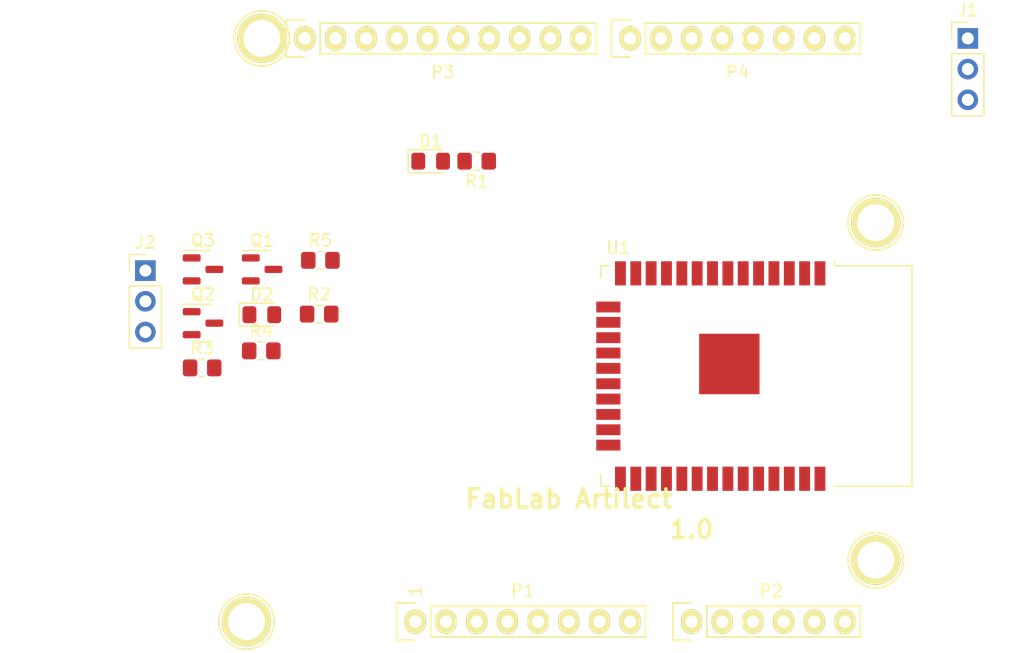
<source format=kicad_pcb>
(kicad_pcb (version 20211014) (generator pcbnew)
  (title_block (title "${TITLE}") (date "2021-11-27") (rev "${REVNUM}") (company "${COMPAGNY}") (comment 2 "    ArnauldDev") (comment 3 "Opérateur CAO :") (comment 4 "**Fab-Tronic**"))
  (layers (0 "F.Cu" signal) (1 "In1.Cu" signal) (2 "In2.Cu" signal) (31 "B.Cu" signal) (34 "B.Paste" user) (35 "F.Paste" user) (36 "B.SilkS" user "B.Silkscreen") (37 "F.SilkS" user "F.Silkscreen") (38 "B.Mask" user) (39 "F.Mask" user) (44 "Edge.Cuts" user))
  (property "COMPAGNY" "FabLab Artilect")
  (property "REVNUM" "1.0")
  (property "TITLE" "Carte d'accueil pour le module ESP32-WROOM-32D")
  (net 0 "")
  (net 1 "/IOREF")
  (net 2 "/Reset")
  (net 3 "+5V")
  (net 4 "GND")
  (net 5 "/Vin")
  (net 6 "/A0")
  (net 7 "/A1")
  (net 8 "/A2")
  (net 9 "/A3")
  (net 10 "/AREF")
  (net 11 "/A4(SDA)")
  (net 12 "/A5(SCL)")
  (net 13 "/9(**)")
  (net 14 "/8")
  (net 15 "/7")
  (net 16 "/6(**)")
  (net 17 "/5(**)")
  (net 18 "/4")
  (net 19 "/3(**)")
  (net 20 "/2")
  (net 21 "/1(Tx)")
  (net 22 "/0(Rx)")
  (net 23 "Net-(D1-Pad2)")
  (net 24 "/IO23")
  (net 26 "/11(**{slash}MOSI)")
  (net 27 "/13(SCK)")
  (net 28 "/10(**{slash}SS)")
  (net 30 "+3V3")
  (net 31 "/12(MISO)")
  (net 35 "Net-(D2-Pad1)")
  (net 50 "Net-(D2-Pad2)")
  (net 68 "Net-(Q1-Pad1)")
  (net 72 "LV1")
  (net 73 "HV1")
  (footprint "Socket_Arduino_Uno:Socket_Strip_Arduino_1x08" (layer "F.Cu") (at 138.938 123.825)
    (fp_text reference "P1" (at 8.89 -2.54) (layer "F.SilkS"))
    (fp_text value "Power")
    (fp_line (start 19.05 1.27) (end 19.05 -1.27) (layer "F.SilkS") (width 0.15))
    (fp_line (start 1.27 1.27) (end 19.05 1.27) (layer "F.SilkS") (width 0.15))
    (fp_line (start 19.05 -1.27) (end 1.27 -1.27) (layer "F.SilkS") (width 0.15))
    (fp_line (start 0 -1.55) (end -1.55 -1.55) (layer "F.SilkS") (width 0.15))
    (fp_line (start -1.55 -1.55) (end -1.55 1.55) (layer "F.SilkS") (width 0.15))
    (fp_line (start -1.55 1.55) (end 0 1.55) (layer "F.SilkS") (width 0.15))
    (fp_line (start 1.27 1.27) (end 1.27 -1.27) (layer "F.SilkS") (width 0.15))
    (pad "1" thru_hole oval locked (at 0 0) (size 1.7272 2.032) (drill 1.016) (layers *.Cu *.Mask "F.SilkS"))
    (pad "2" thru_hole oval locked (at 2.54 0) (size 1.7272 2.032) (drill 1.016) (layers *.Cu *.Mask "F.SilkS") (net 1 "/IOREF"))
    (pad "3" thru_hole oval locked (at 5.08 0) (size 1.7272 2.032) (drill 1.016) (layers *.Cu *.Mask "F.SilkS") (net 2 "/Reset"))
    (pad "4" thru_hole oval locked (at 7.62 0) (size 1.7272 2.032) (drill 1.016) (layers *.Cu *.Mask "F.SilkS") (net 30 "+3V3"))
    (pad "5" thru_hole oval locked (at 10.16 0) (size 1.7272 2.032) (drill 1.016) (layers *.Cu *.Mask "F.SilkS") (net 3 "+5V"))
    (pad "6" thru_hole oval locked (at 12.7 0) (size 1.7272 2.032) (drill 1.016) (layers *.Cu *.Mask "F.SilkS") (net 4 "GND"))
    (pad "7" thru_hole oval locked (at 15.24 0) (size 1.7272 2.032) (drill 1.016) (layers *.Cu *.Mask "F.SilkS") (net 4 "GND"))
    (pad "8" thru_hole oval locked (at 17.78 0) (size 1.7272 2.032) (drill 1.016) (layers *.Cu *.Mask "F.SilkS") (net 5 "/Vin"))
  )
  (footprint "Socket_Arduino_Uno:Socket_Strip_Arduino_1x06" (layer "F.Cu") (at 161.798 123.825)
    (fp_text reference "P2" (at 6.604 -2.54) (layer "F.SilkS"))
    (fp_text value "Analog")
    (fp_line (start 1.27 1.27) (end 1.27 -1.27) (layer "F.SilkS") (width 0.15))
    (fp_line (start 0 -1.55) (end -1.55 -1.55) (layer "F.SilkS") (width 0.15))
    (fp_line (start 13.97 -1.27) (end 1.27 -1.27) (layer "F.SilkS") (width 0.15))
    (fp_line (start 1.27 1.27) (end 13.97 1.27) (layer "F.SilkS") (width 0.15))
    (fp_line (start 13.97 1.27) (end 13.97 -1.27) (layer "F.SilkS") (width 0.15))
    (fp_line (start -1.55 -1.55) (end -1.55 1.55) (layer "F.SilkS") (width 0.15))
    (fp_line (start -1.55 1.55) (end 0 1.55) (layer "F.SilkS") (width 0.15))
    (pad "1" thru_hole oval locked (at 0 0) (size 1.7272 2.032) (drill 1.016) (layers *.Cu *.Mask "F.SilkS") (net 6 "/A0"))
    (pad "2" thru_hole oval locked (at 2.54 0) (size 1.7272 2.032) (drill 1.016) (layers *.Cu *.Mask "F.SilkS") (net 7 "/A1"))
    (pad "3" thru_hole oval locked (at 5.08 0) (size 1.7272 2.032) (drill 1.016) (layers *.Cu *.Mask "F.SilkS") (net 8 "/A2"))
    (pad "4" thru_hole oval locked (at 7.62 0) (size 1.7272 2.032) (drill 1.016) (layers *.Cu *.Mask "F.SilkS") (net 9 "/A3"))
    (pad "5" thru_hole oval locked (at 10.16 0) (size 1.7272 2.032) (drill 1.016) (layers *.Cu *.Mask "F.SilkS") (net 11 "/A4(SDA)"))
    (pad "6" thru_hole oval locked (at 12.7 0) (size 1.7272 2.032) (drill 1.016) (layers *.Cu *.Mask "F.SilkS") (net 12 "/A5(SCL)"))
  )
  (footprint "Socket_Arduino_Uno:Socket_Strip_Arduino_1x10" (layer "F.Cu") (at 129.794 75.565)
    (fp_text reference "P3" (at 11.43 2.794) (layer "F.SilkS"))
    (fp_text value "Digital")
    (fp_line (start -1.55 -1.55) (end -1.55 1.55) (layer "F.SilkS") (width 0.15))
    (fp_line (start 1.27 1.27) (end 24.13 1.27) (layer "F.SilkS") (width 0.15))
    (fp_line (start 24.13 1.27) (end 24.13 -1.27) (layer "F.SilkS") (width 0.15))
    (fp_line (start 24.13 -1.27) (end 1.27 -1.27) (layer "F.SilkS") (width 0.15))
    (fp_line (start 0 -1.55) (end -1.55 -1.55) (layer "F.SilkS") (width 0.15))
    (fp_line (start -1.55 1.55) (end 0 1.55) (layer "F.SilkS") (width 0.15))
    (fp_line (start 1.27 1.27) (end 1.27 -1.27) (layer "F.SilkS") (width 0.15))
    (pad "1" thru_hole oval locked (at 0 0) (size 1.7272 2.032) (drill 1.016) (layers *.Cu *.Mask "F.SilkS") (net 12 "/A5(SCL)"))
    (pad "2" thru_hole oval locked (at 2.54 0) (size 1.7272 2.032) (drill 1.016) (layers *.Cu *.Mask "F.SilkS") (net 11 "/A4(SDA)"))
    (pad "3" thru_hole oval locked (at 5.08 0) (size 1.7272 2.032) (drill 1.016) (layers *.Cu *.Mask "F.SilkS") (net 10 "/AREF"))
    (pad "4" thru_hole oval locked (at 7.62 0) (size 1.7272 2.032) (drill 1.016) (layers *.Cu *.Mask "F.SilkS") (net 4 "GND"))
    (pad "5" thru_hole oval locked (at 10.16 0) (size 1.7272 2.032) (drill 1.016) (layers *.Cu *.Mask "F.SilkS") (net 27 "/13(SCK)"))
    (pad "6" thru_hole oval locked (at 12.7 0) (size 1.7272 2.032) (drill 1.016) (layers *.Cu *.Mask "F.SilkS") (net 31 "/12(MISO)"))
    (pad "7" thru_hole oval locked (at 15.24 0) (size 1.7272 2.032) (drill 1.016) (layers *.Cu *.Mask "F.SilkS") (net 26 "/11(**{slash}MOSI)"))
    (pad "8" thru_hole oval locked (at 17.78 0) (size 1.7272 2.032) (drill 1.016) (layers *.Cu *.Mask "F.SilkS") (net 28 "/10(**{slash}SS)"))
    (pad "9" thru_hole oval locked (at 20.32 0) (size 1.7272 2.032) (drill 1.016) (layers *.Cu *.Mask "F.SilkS") (net 13 "/9(**)"))
    (pad "10" thru_hole oval locked (at 22.86 0) (size 1.7272 2.032) (drill 1.016) (layers *.Cu *.Mask "F.SilkS") (net 14 "/8"))
  )
  (footprint "Socket_Arduino_Uno:Socket_Strip_Arduino_1x08" (layer "F.Cu") (at 156.718 75.565)
    (fp_text reference "P4" (at 8.89 2.794) (layer "F.SilkS"))
    (fp_text value "Digital")
    (fp_line (start 19.05 -1.27) (end 1.27 -1.27) (layer "F.SilkS") (width 0.15))
    (fp_line (start -1.55 1.55) (end 0 1.55) (layer "F.SilkS") (width 0.15))
    (fp_line (start 1.27 1.27) (end 19.05 1.27) (layer "F.SilkS") (width 0.15))
    (fp_line (start 1.27 1.27) (end 1.27 -1.27) (layer "F.SilkS") (width 0.15))
    (fp_line (start 0 -1.55) (end -1.55 -1.55) (layer "F.SilkS") (width 0.15))
    (fp_line (start 19.05 1.27) (end 19.05 -1.27) (layer "F.SilkS") (width 0.15))
    (fp_line (start -1.55 -1.55) (end -1.55 1.55) (layer "F.SilkS") (width 0.15))
    (pad "1" thru_hole oval locked (at 0 0) (size 1.7272 2.032) (drill 1.016) (layers *.Cu *.Mask "F.SilkS") (net 15 "/7"))
    (pad "2" thru_hole oval locked (at 2.54 0) (size 1.7272 2.032) (drill 1.016) (layers *.Cu *.Mask "F.SilkS") (net 16 "/6(**)"))
    (pad "3" thru_hole oval locked (at 5.08 0) (size 1.7272 2.032) (drill 1.016) (layers *.Cu *.Mask "F.SilkS") (net 17 "/5(**)"))
    (pad "4" thru_hole oval locked (at 7.62 0) (size 1.7272 2.032) (drill 1.016) (layers *.Cu *.Mask "F.SilkS") (net 18 "/4"))
    (pad "5" thru_hole oval locked (at 10.16 0) (size 1.7272 2.032) (drill 1.016) (layers *.Cu *.Mask "F.SilkS") (net 19 "/3(**)"))
    (pad "6" thru_hole oval locked (at 12.7 0) (size 1.7272 2.032) (drill 1.016) (layers *.Cu *.Mask "F.SilkS") (net 20 "/2"))
    (pad "7" thru_hole oval locked (at 15.24 0) (size 1.7272 2.032) (drill 1.016) (layers *.Cu *.Mask "F.SilkS") (net 21 "/1(Tx)"))
    (pad "8" thru_hole oval locked (at 17.78 0) (size 1.7272 2.032) (drill 1.016) (layers *.Cu *.Mask "F.SilkS") (net 22 "/0(Rx)"))
  )
  (footprint "Socket_Arduino_Uno:Arduino_1pin" (layer "F.Cu") (at 124.968 123.825)
    (fp_text reference "P5" hide)
    (fp_text value "CONN_01X01" hide)
    (fp_circle (center 0 0) (end 0 -2.286) (layer "F.SilkS") (width 0.15) (fill none))
    (pad "1" thru_hole circle locked (at 0 0) (size 4.064 4.064) (drill 3.048) (layers *.Cu *.Mask "F.SilkS"))
  )
  (footprint "Socket_Arduino_Uno:Arduino_1pin" (layer "F.Cu") (at 177.038 118.745)
    (fp_text reference "P6" hide)
    (fp_text value "CONN_01X01" hide)
    (fp_circle (center 0 0) (end 0 -2.286) (layer "F.SilkS") (width 0.15) (fill none))
    (pad "1" thru_hole circle locked (at 0 0) (size 4.064 4.064) (drill 3.048) (layers *.Cu *.Mask "F.SilkS"))
  )
  (footprint "Socket_Arduino_Uno:Arduino_1pin" (layer "F.Cu") (at 126.238 75.565)
    (fp_text reference "P7" hide)
    (fp_text value "CONN_01X01" hide)
    (fp_circle (center 0 0) (end 0 -2.286) (layer "F.SilkS") (width 0.15) (fill none))
    (pad "1" thru_hole circle locked (at 0 0) (size 4.064 4.064) (drill 3.048) (layers *.Cu *.Mask "F.SilkS"))
  )
  (footprint "Socket_Arduino_Uno:Arduino_1pin" (layer "F.Cu") (at 177.038 90.805)
    (fp_text reference "P8" hide)
    (fp_text value "CONN_01X01" hide)
    (fp_circle (center 0 0) (end 0 -2.286) (layer "F.SilkS") (width 0.15) (fill none))
    (pad "1" thru_hole circle locked (at 0 0) (size 4.064 4.064) (drill 3.048) (layers *.Cu *.Mask "F.SilkS"))
  )
  (footprint "LED_SMD:LED_0805_2012Metric_Pad1.15x1.40mm_HandSolder" (layer "F.Cu") (at 140.208 85.725)
    (fp_text reference "D1" (at 0 -1.65) (layer "F.SilkS"))
    (fp_text value "LED")
    (fp_line (start -1.86 0.96) (end 1 0.96) (layer "F.SilkS") (width 0.12))
    (fp_line (start -1.86 -0.96) (end -1.86 0.96) (layer "F.SilkS") (width 0.12))
    (fp_line (start 1 -0.96) (end -1.86 -0.96) (layer "F.SilkS") (width 0.12))
    (pad "1" smd roundrect locked (at -1.025 0) (size 1.15 1.4) (layers "F.Cu" "F.Paste" "F.Mask") (roundrect_rratio 0.217391) (net 4 "GND"))
    (pad "2" smd roundrect locked (at 1.025 0) (size 1.15 1.4) (layers "F.Cu" "F.Paste" "F.Mask") (roundrect_rratio 0.217391) (net 23 "Net-(D1-Pad2)"))
  )
  (footprint "Resistor_SMD:R_0805_2012Metric_Pad1.20x1.40mm_HandSolder" (layer "F.Cu") (at 121.303 102.83)
    (fp_text reference "R3" (at 0 -1.65) (layer "F.SilkS"))
    (fp_text value "560")
    (fp_line (start -0.227064 0.735) (end 0.227064 0.735) (layer "F.SilkS") (width 0.12))
    (fp_line (start -0.227064 -0.735) (end 0.227064 -0.735) (layer "F.SilkS") (width 0.12))
    (pad "1" smd roundrect locked (at -1 0) (size 1.2 1.4) (layers "F.Cu" "F.Paste" "F.Mask") (roundrect_rratio 0.208333) (net 3 "+5V"))
    (pad "2" smd roundrect locked (at 1 0) (size 1.2 1.4) (layers "F.Cu" "F.Paste" "F.Mask") (roundrect_rratio 0.208333) (net 50 "Net-(D2-Pad2)"))
  )
  (footprint "Resistor_SMD:R_0805_2012Metric_Pad1.20x1.40mm_HandSolder" (layer "F.Cu") (at 144.018 85.725 180)
    (fp_text reference "R1" (at 0 -1.65) (layer "F.SilkS"))
    (fp_text value "470")
    (fp_line (start -0.227064 -0.735) (end 0.227064 -0.735) (layer "F.SilkS") (width 0.12))
    (fp_line (start -0.227064 0.735) (end 0.227064 0.735) (layer "F.SilkS") (width 0.12))
    (pad "1" smd roundrect locked (at -1 0 180) (size 1.2 1.4) (layers "F.Cu" "F.Paste" "F.Mask") (roundrect_rratio 0.208333) (net 3 "+5V"))
    (pad "2" smd roundrect locked (at 1 0 180) (size 1.2 1.4) (layers "F.Cu" "F.Paste" "F.Mask") (roundrect_rratio 0.208333) (net 23 "Net-(D1-Pad2)"))
  )
  (footprint "Resistor_SMD:R_0805_2012Metric_Pad1.20x1.40mm_HandSolder" (layer "F.Cu") (at 130.983 98.38)
    (fp_text reference "R2" (at 0 -1.65) (layer "F.SilkS"))
    (fp_text value "R")
    (fp_line (start -0.227064 -0.735) (end 0.227064 -0.735) (layer "F.SilkS") (width 0.12))
    (fp_line (start -0.227064 0.735) (end 0.227064 0.735) (layer "F.SilkS") (width 0.12))
    (pad "1" smd roundrect locked (at -1 0) (size 1.2 1.4) (layers "F.Cu" "F.Paste" "F.Mask") (roundrect_rratio 0.208333) (net 68 "Net-(Q1-Pad1)"))
    (pad "2" smd roundrect locked (at 1 0) (size 1.2 1.4) (layers "F.Cu" "F.Paste" "F.Mask") (roundrect_rratio 0.208333) (net 4 "GND"))
  )
  (footprint "Package_TO_SOT_SMD:SOT-23" (layer "F.Cu") (at 121.373 99.13)
    (fp_text reference "Q2" (at 0 -2.4) (layer "F.SilkS"))
    (fp_text value "IRLML6402")
    (fp_line (start 0 -1.56) (end 0.65 -1.56) (layer "F.SilkS") (width 0.12))
    (fp_line (start 0 -1.56) (end -1.675 -1.56) (layer "F.SilkS") (width 0.12))
    (fp_line (start 0 1.56) (end 0.65 1.56) (layer "F.SilkS") (width 0.12))
    (fp_line (start 0 1.56) (end -0.65 1.56) (layer "F.SilkS") (width 0.12))
    (pad "1" smd roundrect locked (at -0.9375 -0.95) (size 1.475 0.6) (layers "F.Cu" "F.Paste" "F.Mask"))
    (pad "2" smd roundrect locked (at -0.9375 0.95) (size 1.475 0.6) (layers "F.Cu" "F.Paste" "F.Mask"))
    (pad "3" smd roundrect locked (at 0.9375 0) (size 1.475 0.6) (layers "F.Cu" "F.Paste" "F.Mask"))
  )
  (footprint "LED_SMD:LED_0805_2012Metric_Pad1.15x1.40mm_HandSolder" (layer "F.Cu") (at 126.238 98.425)
    (fp_text reference "D2" (at 0 -1.65) (layer "F.SilkS"))
    (fp_text value "LED")
    (fp_line (start -1.86 -0.96) (end -1.86 0.96) (layer "F.SilkS") (width 0.12))
    (fp_line (start 1 -0.96) (end -1.86 -0.96) (layer "F.SilkS") (width 0.12))
    (fp_line (start -1.86 0.96) (end 1 0.96) (layer "F.SilkS") (width 0.12))
    (pad "1" smd roundrect locked (at -1.025 0) (size 1.15 1.4) (layers "F.Cu" "F.Paste" "F.Mask") (roundrect_rratio 0.217391) (net 35 "Net-(D2-Pad1)"))
    (pad "2" smd roundrect locked (at 1.025 0) (size 1.15 1.4) (layers "F.Cu" "F.Paste" "F.Mask") (roundrect_rratio 0.217391) (net 50 "Net-(D2-Pad2)"))
  )
  (footprint "Package_TO_SOT_SMD:SOT-23" (layer "F.Cu") (at 121.373 94.68)
    (fp_text reference "Q3" (at 0 -2.4) (layer "F.SilkS"))
    (fp_text value "AO3402")
    (fp_line (start 0 -1.56) (end -1.675 -1.56) (layer "F.SilkS") (width 0.12))
    (fp_line (start 0 1.56) (end 0.65 1.56) (layer "F.SilkS") (width 0.12))
    (fp_line (start 0 1.56) (end -0.65 1.56) (layer "F.SilkS") (width 0.12))
    (fp_line (start 0 -1.56) (end 0.65 -1.56) (layer "F.SilkS") (width 0.12))
    (pad "1" smd roundrect locked (at -0.9375 -0.95) (size 1.475 0.6) (layers "F.Cu" "F.Paste" "F.Mask") (net 30 "+3V3"))
    (pad "2" smd roundrect locked (at -0.9375 0.95) (size 1.475 0.6) (layers "F.Cu" "F.Paste" "F.Mask") (net 72 "LV1"))
    (pad "3" smd roundrect locked (at 0.9375 0) (size 1.475 0.6) (layers "F.Cu" "F.Paste" "F.Mask") (net 73 "HV1"))
  )
  (footprint "Package_TO_SOT_SMD:SOT-23" (layer "F.Cu") (at 126.263 94.68)
    (fp_text reference "Q1" (at 0 -2.4) (layer "F.SilkS"))
    (fp_text value "AO3402")
    (fp_line (start 0 -1.56) (end -1.675 -1.56) (layer "F.SilkS") (width 0.12))
    (fp_line (start 0 -1.56) (end 0.65 -1.56) (layer "F.SilkS") (width 0.12))
    (fp_line (start 0 1.56) (end -0.65 1.56) (layer "F.SilkS") (width 0.12))
    (fp_line (start 0 1.56) (end 0.65 1.56) (layer "F.SilkS") (width 0.12))
    (pad "1" smd roundrect locked (at -0.9375 -0.95) (size 1.475 0.6) (layers "F.Cu" "F.Paste" "F.Mask") (net 68 "Net-(Q1-Pad1)"))
    (pad "2" smd roundrect locked (at -0.9375 0.95) (size 1.475 0.6) (layers "F.Cu" "F.Paste" "F.Mask") (net 4 "GND"))
    (pad "3" smd roundrect locked (at 0.9375 0) (size 1.475 0.6) (layers "F.Cu" "F.Paste" "F.Mask") (net 35 "Net-(D2-Pad1)"))
  )
  (footprint "Resistor_SMD:R_0805_2012Metric_Pad1.20x1.40mm_HandSolder" (layer "F.Cu") (at 126.193 101.42)
    (fp_text reference "R4" (at 0 -1.65) (layer "F.SilkS"))
    (fp_text value "10k")
    (fp_line (start -0.227064 0.735) (end 0.227064 0.735) (layer "F.SilkS") (width 0.12))
    (fp_line (start -0.227064 -0.735) (end 0.227064 -0.735) (layer "F.SilkS") (width 0.12))
    (pad "1" smd roundrect locked (at -1 0) (size 1.2 1.4) (layers "F.Cu" "F.Paste" "F.Mask") (roundrect_rratio 0.208333) (net 30 "+3V3"))
    (pad "2" smd roundrect locked (at 1 0) (size 1.2 1.4) (layers "F.Cu" "F.Paste" "F.Mask") (roundrect_rratio 0.208333) (net 72 "LV1"))
  )
  (footprint "RF_Module:ESP32-WROOM-32" (layer "F.Cu") (at 164.168 103.505 -90)
    (fp_text reference "U1" (at -10.61 8.43) (layer "F.SilkS"))
    (fp_text value "MODULE-38P-ESP32-WROOM-32D")
    (fp_line (start -9.12 9.88) (end -8.12 9.88) (layer "F.SilkS") (width 0.12))
    (fp_line (start 9.12 9.88) (end 8.12 9.88) (layer "F.SilkS") (width 0.12))
    (fp_line (start -9.12 -15.865) (end -9.12 -9.445) (layer "F.SilkS") (width 0.12))
    (fp_line (start -9.12 -9.445) (end -9.5 -9.445) (layer "F.SilkS") (width 0.12))
    (fp_line (start 9.12 9.1) (end 9.12 9.88) (layer "F.SilkS") (width 0.12))
    (fp_line (start -9.12 9.1) (end -9.12 9.88) (layer "F.SilkS") (width 0.12))
    (fp_line (start 9.12 -15.865) (end 9.12 -9.445) (layer "F.SilkS") (width 0.12))
    (fp_line (start -9.12 -15.865) (end 9.12 -15.865) (layer "F.SilkS") (width 0.12))
    (pad "1" smd rect locked (at -8.5 -8.255 270) (size 2 0.9) (layers "F.Cu" "F.Paste" "F.Mask") (net 30 "+3V3"))
    (pad "2" smd rect locked (at -8.5 -6.985 270) (size 2 0.9) (layers "F.Cu" "F.Paste" "F.Mask"))
    (pad "3" smd rect locked (at -8.5 -5.715 270) (size 2 0.9) (layers "F.Cu" "F.Paste" "F.Mask"))
    (pad "4" smd rect locked (at -8.5 -4.445 270) (size 2 0.9) (layers "F.Cu" "F.Paste" "F.Mask"))
    (pad "5" smd rect locked (at -8.5 -3.175 270) (size 2 0.9) (layers "F.Cu" "F.Paste" "F.Mask"))
    (pad "6" smd rect locked (at -8.5 -1.905 270) (size 2 0.9) (layers "F.Cu" "F.Paste" "F.Mask"))
    (pad "7" smd rect locked (at -8.5 -0.635 270) (size 2 0.9) (layers "F.Cu" "F.Paste" "F.Mask"))
    (pad "8" smd rect locked (at -8.5 0.635 270) (size 2 0.9) (layers "F.Cu" "F.Paste" "F.Mask"))
    (pad "9" smd rect locked (at -8.5 1.905 270) (size 2 0.9) (layers "F.Cu" "F.Paste" "F.Mask"))
    (pad "10" smd rect locked (at -8.5 3.175 270) (size 2 0.9) (layers "F.Cu" "F.Paste" "F.Mask"))
    (pad "11" smd rect locked (at -8.5 4.445 270) (size 2 0.9) (layers "F.Cu" "F.Paste" "F.Mask"))
    (pad "12" smd rect locked (at -8.5 5.715 270) (size 2 0.9) (layers "F.Cu" "F.Paste" "F.Mask"))
    (pad "13" smd rect locked (at -8.5 6.985 270) (size 2 0.9) (layers "F.Cu" "F.Paste" "F.Mask"))
    (pad "14" smd rect locked (at -8.5 8.255 270) (size 2 0.9) (layers "F.Cu" "F.Paste" "F.Mask"))
    (pad "15" smd rect locked (at -5.715 9.255) (size 2 0.9) (layers "F.Cu" "F.Paste" "F.Mask"))
    (pad "16" smd rect locked (at -4.445 9.255) (size 2 0.9) (layers "F.Cu" "F.Paste" "F.Mask"))
    (pad "17" smd rect locked (at -3.175 9.255) (size 2 0.9) (layers "F.Cu" "F.Paste" "F.Mask"))
    (pad "18" smd rect locked (at -1.905 9.255) (size 2 0.9) (layers "F.Cu" "F.Paste" "F.Mask"))
    (pad "19" smd rect locked (at -0.635 9.255) (size 2 0.9) (layers "F.Cu" "F.Paste" "F.Mask") (net 3 "+5V"))
    (pad "20" smd rect locked (at 0.635 9.255) (size 2 0.9) (layers "F.Cu" "F.Paste" "F.Mask"))
    (pad "21" smd rect locked (at 1.905 9.255) (size 2 0.9) (layers "F.Cu" "F.Paste" "F.Mask"))
    (pad "22" smd rect locked (at 3.175 9.255) (size 2 0.9) (layers "F.Cu" "F.Paste" "F.Mask"))
    (pad "23" smd rect locked (at 4.445 9.255) (size 2 0.9) (layers "F.Cu" "F.Paste" "F.Mask"))
    (pad "24" smd rect locked (at 5.715 9.255) (size 2 0.9) (layers "F.Cu" "F.Paste" "F.Mask"))
    (pad "25" smd rect locked (at 8.5 8.255 270) (size 2 0.9) (layers "F.Cu" "F.Paste" "F.Mask"))
    (pad "26" smd rect locked (at 8.5 6.985 270) (size 2 0.9) (layers "F.Cu" "F.Paste" "F.Mask"))
    (pad "27" smd rect locked (at 8.5 5.715 270) (size 2 0.9) (layers "F.Cu" "F.Paste" "F.Mask"))
    (pad "28" smd rect locked (at 8.5 4.445 270) (size 2 0.9) (layers "F.Cu" "F.Paste" "F.Mask"))
    (pad "29" smd rect locked (at 8.5 3.175 270) (size 2 0.9) (layers "F.Cu" "F.Paste" "F.Mask"))
    (pad "30" smd rect locked (at 8.5 1.905 270) (size 2 0.9) (layers "F.Cu" "F.Paste" "F.Mask"))
    (pad "31" smd rect locked (at 8.5 0.635 270) (size 2 0.9) (layers "F.Cu" "F.Paste" "F.Mask"))
    (pad "32" smd rect locked (at 8.5 -0.635 270) (size 2 0.9) (layers "F.Cu" "F.Paste" "F.Mask"))
    (pad "33" smd rect locked (at 8.5 -1.905 270) (size 2 0.9) (layers "F.Cu" "F.Paste" "F.Mask"))
    (pad "34" smd rect locked (at 8.5 -3.175 270) (size 2 0.9) (layers "F.Cu" "F.Paste" "F.Mask"))
    (pad "35" smd rect locked (at 8.5 -4.445 270) (size 2 0.9) (layers "F.Cu" "F.Paste" "F.Mask"))
    (pad "36" smd rect locked (at 8.5 -5.715 270) (size 2 0.9) (layers "F.Cu" "F.Paste" "F.Mask"))
    (pad "37" smd rect locked (at 8.5 -6.985 270) (size 2 0.9) (layers "F.Cu" "F.Paste" "F.Mask"))
    (pad "38" smd rect locked (at 8.5 -8.255 270) (size 2 0.9) (layers "F.Cu" "F.Paste" "F.Mask") (net 4 "GND"))
    (pad "39" smd rect locked (at -1 -0.755 270) (size 5 5) (layers "F.Cu" "F.Paste" "F.Mask"))
  )
  (footprint "Resistor_SMD:R_0805_2012Metric_Pad1.20x1.40mm_HandSolder" (layer "F.Cu") (at 131.083 93.93)
    (fp_text reference "R5" (at 0 -1.65) (layer "F.SilkS"))
    (fp_text value "10k")
    (fp_line (start -0.227064 -0.735) (end 0.227064 -0.735) (layer "F.SilkS") (width 0.12))
    (fp_line (start -0.227064 0.735) (end 0.227064 0.735) (layer "F.SilkS") (width 0.12))
    (pad "1" smd roundrect locked (at -1 0) (size 1.2 1.4) (layers "F.Cu" "F.Paste" "F.Mask") (roundrect_rratio 0.208333) (net 3 "+5V"))
    (pad "2" smd roundrect locked (at 1 0) (size 1.2 1.4) (layers "F.Cu" "F.Paste" "F.Mask") (roundrect_rratio 0.208333) (net 73 "HV1"))
  )
  (footprint "Connector_PinHeader_2.54mm:PinHeader_1x03_P2.54mm_Vertical" (layer "F.Cu") (at 116.603 94.78)
    (fp_text reference "J2" (at 0 -2.33) (layer "F.SilkS"))
    (fp_text value "OUT1")
    (fp_line (start -1.33 1.27) (end 1.33 1.27) (layer "F.SilkS") (width 0.12))
    (fp_line (start -1.33 -1.33) (end 0 -1.33) (layer "F.SilkS") (width 0.12))
    (fp_line (start -1.33 1.27) (end -1.33 6.41) (layer "F.SilkS") (width 0.12))
    (fp_line (start -1.33 6.41) (end 1.33 6.41) (layer "F.SilkS") (width 0.12))
    (fp_line (start 1.33 1.27) (end 1.33 6.41) (layer "F.SilkS") (width 0.12))
    (fp_line (start -1.33 0) (end -1.33 -1.33) (layer "F.SilkS") (width 0.12))
    (pad "1" thru_hole rect locked (at 0 0) (size 1.7 1.7) (drill 1) (layers *.Cu *.Mask) (net 35 "Net-(D2-Pad1)"))
    (pad "2" thru_hole oval locked (at 0 2.54) (size 1.7 1.7) (drill 1) (layers *.Cu *.Mask) (net 3 "+5V"))
    (pad "3" thru_hole oval locked (at 0 5.08) (size 1.7 1.7) (drill 1) (layers *.Cu *.Mask) (net 4 "GND"))
  )
  (footprint "Connector_PinHeader_2.54mm:PinHeader_1x03_P2.54mm_Vertical" (layer "F.Cu") (at 184.658 75.565)
    (fp_text reference "J1" (at 0 -2.33) (layer "F.SilkS"))
    (fp_text value "Conn_01x03")
    (fp_line (start 1.33 1.27) (end 1.33 6.41) (layer "F.SilkS") (width 0.12))
    (fp_line (start -1.33 0) (end -1.33 -1.33) (layer "F.SilkS") (width 0.12))
    (fp_line (start -1.33 6.41) (end 1.33 6.41) (layer "F.SilkS") (width 0.12))
    (fp_line (start -1.33 1.27) (end 1.33 1.27) (layer "F.SilkS") (width 0.12))
    (fp_line (start -1.33 1.27) (end -1.33 6.41) (layer "F.SilkS") (width 0.12))
    (fp_line (start -1.33 -1.33) (end 0 -1.33) (layer "F.SilkS") (width 0.12))
    (pad "1" thru_hole rect locked (at 0 0) (size 1.7 1.7) (drill 1) (layers *.Cu *.Mask) (net 24 "/IO23"))
    (pad "2" thru_hole oval locked (at 0 2.54) (size 1.7 1.7) (drill 1) (layers *.Cu *.Mask) (net 3 "+5V"))
    (pad "3" thru_hole oval locked (at 0 5.08) (size 1.7 1.7) (drill 1) (layers *.Cu *.Mask) (net 4 "GND"))
  )
  (gr_text "${COMPAGNY}" (at 151.638 113.665) (layer "F.SilkS") (effects (font (size 1.5 1.5) (thickness 0.3))))
  (gr_text "${REVNUM}" (at 161.798 116.205) (layer "F.SilkS") (effects (font (size 1.5 1.5) (thickness 0.3))))
  (gr_text "1" (at 138.938 121.285 90) (layer "F.SilkS") (effects (font (size 1 1))))
)
</source>
